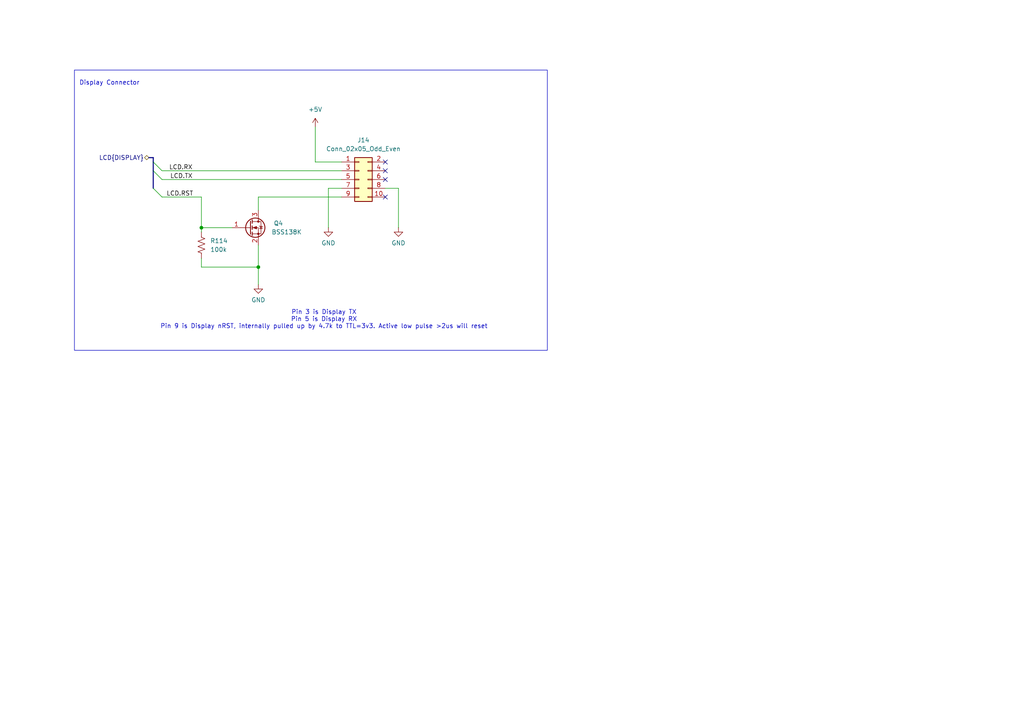
<source format=kicad_sch>
(kicad_sch (version 20231120) (generator "eeschema") (generator_version "8.0")
  (paper "A4")
  (title_block (title "Control") (date "2024-12-21") (rev "v3.0") (company "SSL A-Team") (comment 1 "Author: Will Stuckey"))
  (lib_symbols
    (symbol "Connector_Generic:Conn_02x05_Odd_Even" (pin_names (offset 1.016) hide)
      (property "Reference" "J" (at 1.27 7.62 0))
      (property "Value" "Conn_02x05_Odd_Even" (at 1.27 -7.62 0))
      (symbol "Conn_02x05_Odd_Even_1_1"
        (rectangle (start -1.27 -4.953) (end 0 -5.207) (stroke (width 0.1524)))
        (rectangle (start -1.27 -2.413) (end 0 -2.667) (stroke (width 0.1524)))
        (rectangle (start -1.27 0.127) (end 0 -0.127) (stroke (width 0.1524)))
        (rectangle (start -1.27 2.667) (end 0 2.413) (stroke (width 0.1524)))
        (rectangle (start -1.27 5.207) (end 0 4.953) (stroke (width 0.1524)))
        (rectangle (start -1.27 6.35) (end 3.81 -6.35) (stroke (width 0.254)) (fill (type background)))
        (rectangle (start 3.81 -4.953) (end 2.54 -5.207) (stroke (width 0.1524)))
        (rectangle (start 3.81 -2.413) (end 2.54 -2.667) (stroke (width 0.1524)))
        (rectangle (start 3.81 0.127) (end 2.54 -0.127) (stroke (width 0.1524)))
        (rectangle (start 3.81 2.667) (end 2.54 2.413) (stroke (width 0.1524)))
        (rectangle (start 3.81 5.207) (end 2.54 4.953) (stroke (width 0.1524)))
        (pin passive line (at -5.08 5.08 0) (length 3.81) (name "Pin_1") (number "1"))
        (pin passive line (at 7.62 -5.08 180) (length 3.81) (name "Pin_10") (number "10"))
        (pin passive line (at 7.62 5.08 180) (length 3.81) (name "Pin_2") (number "2"))
        (pin passive line (at -5.08 2.54 0) (length 3.81) (name "Pin_3") (number "3"))
        (pin passive line (at 7.62 2.54 180) (length 3.81) (name "Pin_4") (number "4"))
        (pin passive line (at -5.08 0 0) (length 3.81) (name "Pin_5") (number "5"))
        (pin passive line (at 7.62 0 180) (length 3.81) (name "Pin_6") (number "6"))
        (pin passive line (at -5.08 -2.54 0) (length 3.81) (name "Pin_7") (number "7"))
        (pin passive line (at 7.62 -2.54 180) (length 3.81) (name "Pin_8") (number "8"))
        (pin passive line (at -5.08 -5.08 0) (length 3.81) (name "Pin_9") (number "9"))
      )
    )
    (symbol "Device:Q_NMOS_GSD" (pin_names (offset 0) hide)
      (property "Reference" "Q" (at 5.08 1.27 0))
      (property "Value" "Q_NMOS_GSD" (at 5.08 -1.27 0))
      (symbol "Q_NMOS_GSD_0_1"
        (polyline (pts (xy 0.254 0) (xy -2.54 0)))
        (polyline (pts (xy 0.254 1.905) (xy 0.254 -1.905)) (stroke (width 0.254)))
        (polyline (pts (xy 0.762 -1.27) (xy 0.762 -2.286)) (stroke (width 0.254)))
        (polyline (pts (xy 0.762 0.508) (xy 0.762 -0.508)) (stroke (width 0.254)))
        (polyline (pts (xy 0.762 2.286) (xy 0.762 1.27)) (stroke (width 0.254)))
        (polyline (pts (xy 2.54 2.54) (xy 2.54 1.778)))
        (polyline (pts (xy 2.54 -2.54) (xy 2.54 0) (xy 0.762 0)))
        (polyline (pts (xy 0.762 -1.778) (xy 3.302 -1.778) (xy 3.302 1.778) (xy 0.762 1.778)))
        (polyline (pts (xy 1.016 0) (xy 2.032 0.381) (xy 2.032 -0.381) (xy 1.016 0)) (fill (type outline)))
        (polyline (pts (xy 2.794 0.508) (xy 2.921 0.381) (xy 3.683 0.381) (xy 3.81 0.254)))
        (polyline (pts (xy 3.302 0.381) (xy 2.921 -0.254) (xy 3.683 -0.254) (xy 3.302 0.381)))
        (circle (center 1.651 0) (radius 2.794) (stroke (width 0.254)))
        (circle (center 2.54 -1.778) (radius 0.254) (fill (type outline)))
        (circle (center 2.54 1.778) (radius 0.254) (fill (type outline)))
      )
      (symbol "Q_NMOS_GSD_1_1"
        (pin input line (at -5.08 0 0) (length 2.54) (name "G") (number "1"))
        (pin passive line (at 2.54 -5.08 90) (length 2.54) (name "S") (number "2"))
        (pin passive line (at 2.54 5.08 270) (length 2.54) (name "D") (number "3"))
      )
    )
    (symbol "Device:R_US" (pin_numbers hide) (pin_names (offset 0))
      (property "Reference" "R" (at 2.54 0 90))
      (property "Value" "R_US" (at -2.54 0 90))
      (symbol "R_US_0_1"
        (polyline (pts (xy 0 -2.286) (xy 0 -2.54)))
        (polyline (pts (xy 0 2.286) (xy 0 2.54)))
        (polyline (pts (xy 0 -0.762) (xy 1.016 -1.143) (xy 0 -1.524) (xy -1.016 -1.905) (xy 0 -2.286)))
        (polyline (pts (xy 0 0.762) (xy 1.016 0.381) (xy 0 0) (xy -1.016 -0.381) (xy 0 -0.762)))
        (polyline (pts (xy 0 2.286) (xy 1.016 1.905) (xy 0 1.524) (xy -1.016 1.143) (xy 0 0.762)))
      )
      (symbol "R_US_1_1"
        (pin passive line (at 0 3.81 270) (length 1.27) (name "~") (number "1"))
        (pin passive line (at 0 -3.81 90) (length 1.27) (name "~") (number "2"))
      )
    )
    (symbol "power:+5V" (power) (pin_numbers hide) (pin_names (offset 0) hide)
      (property "Value" "+5V" (at 0 3.556 0))
      (symbol "+5V_0_1"
        (polyline (pts (xy -0.762 1.27) (xy 0 2.54)))
        (polyline (pts (xy 0 0) (xy 0 2.54)))
        (polyline (pts (xy 0 2.54) (xy 0.762 1.27)))
      )
      (symbol "+5V_1_1"
        (pin power_in line (at 0 0 90) (length 0) (name "~") (number "1"))
      )
    )
    (symbol "power:GND" (power) (pin_numbers hide) (pin_names (offset 0) hide)
      (property "Value" "GND" (at 0 -3.81 0))
      (symbol "GND_0_1"
        (polyline (pts (xy 0 0) (xy 0 -1.27) (xy 1.27 -1.27) (xy 0 -2.54) (xy -1.27 -1.27) (xy 0 -1.27)))
      )
      (symbol "GND_1_1"
        (pin power_in line (at 0 0 270) (length 0) (name "~") (number "1"))
      )
    )
  )
  (junction (at 74.93 77.47))
  (junction (at 58.42 66.04))
  (no_connect (at 111.76 57.15))
  (no_connect (at 111.76 49.53))
  (no_connect (at 111.76 52.07))
  (no_connect (at 111.76 46.99))
  (bus_entry (at 44.45 46.99) (size 2.54 2.54))
  (bus_entry (at 44.45 54.61) (size 2.54 2.54))
  (bus_entry (at 44.45 49.53) (size 2.54 2.54))
  (wire (pts (xy 91.44 36.83) (xy 91.44 46.99)))
  (wire (pts (xy 74.93 57.15) (xy 74.93 60.96)))
  (wire (pts (xy 58.42 66.04) (xy 58.42 67.31)))
  (bus (pts (xy 43.18 45.72) (xy 44.45 45.72)))
  (bus (pts (xy 44.45 46.99) (xy 44.45 49.53)))
  (wire (pts (xy 58.42 77.47) (xy 74.93 77.47)))
  (wire (pts (xy 46.99 57.15) (xy 58.42 57.15)))
  (wire (pts (xy 115.57 54.61) (xy 115.57 66.04)))
  (wire (pts (xy 74.93 71.12) (xy 74.93 77.47)))
  (wire (pts (xy 99.06 54.61) (xy 95.25 54.61)))
  (bus (pts (xy 44.45 45.72) (xy 44.45 46.99)))
  (wire (pts (xy 67.31 66.04) (xy 58.42 66.04)))
  (wire (pts (xy 46.99 52.07) (xy 99.06 52.07)))
  (wire (pts (xy 99.06 57.15) (xy 74.93 57.15)))
  (wire (pts (xy 95.25 54.61) (xy 95.25 66.04)))
  (wire (pts (xy 58.42 57.15) (xy 58.42 66.04)))
  (wire (pts (xy 58.42 74.93) (xy 58.42 77.47)))
  (bus (pts (xy 44.45 49.53) (xy 44.45 54.61)))
  (wire (pts (xy 111.76 54.61) (xy 115.57 54.61)))
  (wire (pts (xy 91.44 46.99) (xy 99.06 46.99)))
  (wire (pts (xy 46.99 49.53) (xy 99.06 49.53)))
  (wire (pts (xy 74.93 77.47) (xy 74.93 82.55)))
  (rectangle (start 21.59 20.32) (end 158.75 101.6))
  (text "Pin 3 is Display TX\nPin 5 is Display RX\nPin 9 is Display nRST, internally pulled up by 4.7k to TTL=3v3. Active low pulse >2us will reset" (at 93.98 92.71 0) (effects (font (size 1.27 1.27))))
  (text "Display Connector" (at 31.75 24.13 0) (effects (font (size 1.27 1.27))))
  (label "LCD.TX" (at 55.88 52.07 180))
  (label "LCD.RX" (at 55.88 49.53 180))
  (label "LCD.RST" (at 48.26 57.15 0))
  (hierarchical_label "LCD{DISPLAY}" (shape bidirectional) (at 43.18 45.72 180))
  (symbol (lib_id "power:+5V") (at 91.44 36.83 0) (unit 1)
    (property "Reference" "#PWR0185" (effects (hide yes)))
    (property "Value" "+5V" (at 91.44 31.75 0))
    (property "Description" "Power symbol creates a global label with name \"+5V\"" (effects (hide yes)))
  )
  (symbol (lib_id "power:GND") (at 95.25 66.04 0) (unit 1)
    (property "Reference" "#PWR0186" (effects (hide yes)))
    (property "Value" "GND" (at 95.25 70.485 0))
    (property "Description" "Power symbol creates a global label with name \"GND\" , ground" (effects (hide yes)))
  )
  (symbol (lib_id "power:GND") (at 115.57 66.04 0) (mirror y) (unit 1)
    (property "Reference" "#PWR0187" (effects (hide yes)))
    (property "Value" "GND" (at 115.57 70.485 0))
    (property "Description" "Power symbol creates a global label with name \"GND\" , ground" (effects (hide yes)))
  )
  (symbol (lib_id "power:GND") (at 74.93 82.55 0) (mirror y) (unit 1)
    (property "Reference" "#PWR0188" (effects (hide yes)))
    (property "Value" "GND" (at 74.93 86.995 0))
    (property "Description" "Power symbol creates a global label with name \"GND\" , ground" (effects (hide yes)))
  )
  (symbol (lib_id "Device:Q_NMOS_GSD") (at 72.39 66.04 0) (unit 1)
    (property "Reference" "Q4" (at 79.375 64.77 0) (effects (justify left)))
    (property "Value" "BSS138K" (at 78.74 67.3099 0) (effects (justify left)))
    (property "Footprint" "Package_TO_SOT_SMD:SOT-23" (effects (hide yes)))
    (property "Description" "N-MOSFET transistor, gate/source/drain" (effects (hide yes)))
  )
  (symbol (lib_id "Device:R_US") (at 58.42 71.12 0) (unit 1)
    (property "Reference" "R114" (at 60.96 69.8499 0) (effects (justify left)))
    (property "Value" "100k" (at 60.96 72.3899 0) (effects (justify left)))
    (property "Footprint" "Resistor_SMD:R_0402_1005Metric" (effects (hide yes)))
    (property "Description" "Resistor, US symbol" (effects (hide yes)))
  )
  (symbol (lib_id "Connector_Generic:Conn_02x05_Odd_Even") (at 104.14 52.07 0) (unit 1)
    (property "Reference" "J14" (at 105.41 40.64 0))
    (property "Value" "Conn_02x05_Odd_Even" (at 105.41 43.18 0))
    (property "Description" "Generic connector, double row, 02x05, odd/even pin numbering scheme (row 1 odd numbers, row 2 even numbers), script generated (kicad-library-utils/schlib/autogen/connector/)" (effects (hide yes)))
  )
)
</source>
